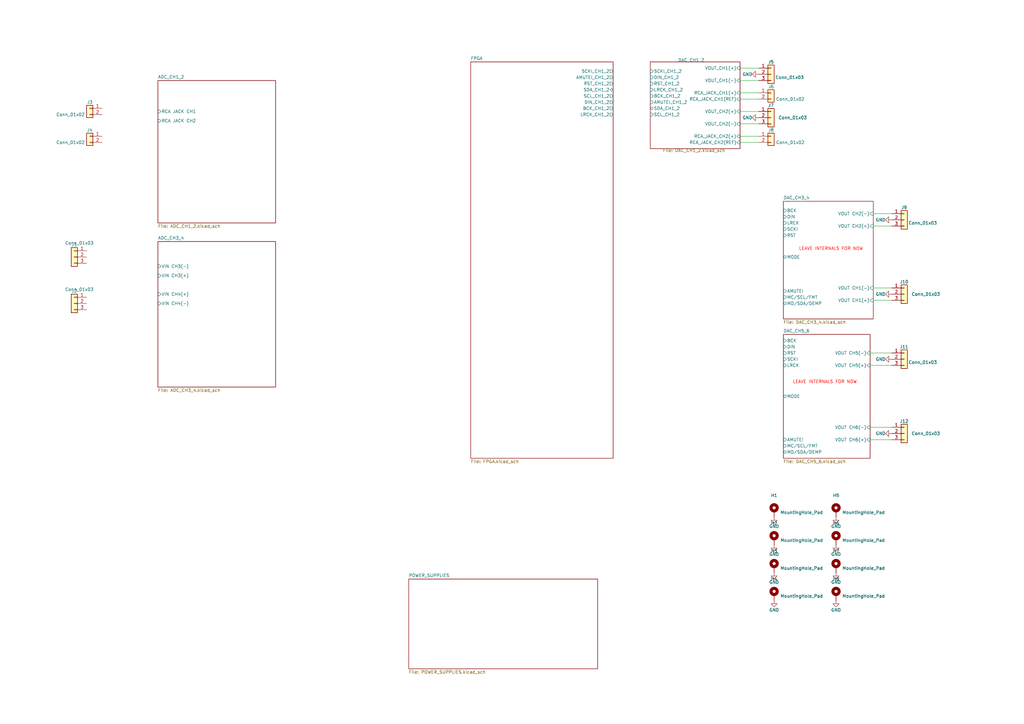
<source format=kicad_sch>
(kicad_sch (version 20230121) (generator eeschema)
  (paper "A3")
  (title_block (title "AUDIO-DSP_MAIN_BOARD") (rev "R01"))
  (lib_symbols
    (symbol "Connector_Generic:Conn_01x02" (pin_names (offset 1.016) hide)
      (property "Reference" "J" (at 0 2.54 0))
      (property "Value" "Conn_01x02" (at 0 -5.08 0))
      (symbol "Conn_01x02_1_1"
        (rectangle (start -1.27 -2.413) (end 0 -2.667) (stroke (width 0.1524)))
        (rectangle (start -1.27 0.127) (end 0 -0.127) (stroke (width 0.1524)))
        (rectangle (start -1.27 1.27) (end 1.27 -3.81) (stroke (width 0.254)) (fill (type background)))
        (pin passive line (at -5.08 0 0) (length 3.81) (name "Pin_1") (number "1"))
        (pin passive line (at -5.08 -2.54 0) (length 3.81) (name "Pin_2") (number "2"))
      )
    )
    (symbol "Connector_Generic:Conn_01x03" (pin_names (offset 1.016) hide)
      (property "Reference" "J" (at 0 5.08 0))
      (property "Value" "Conn_01x03" (at 0 -5.08 0))
      (symbol "Conn_01x03_1_1"
        (rectangle (start -1.27 -2.413) (end 0 -2.667) (stroke (width 0.1524)))
        (rectangle (start -1.27 0.127) (end 0 -0.127) (stroke (width 0.1524)))
        (rectangle (start -1.27 2.667) (end 0 2.413) (stroke (width 0.1524)))
        (rectangle (start -1.27 3.81) (end 1.27 -3.81) (stroke (width 0.254)) (fill (type background)))
        (pin passive line (at -5.08 2.54 0) (length 3.81) (name "Pin_1") (number "1"))
        (pin passive line (at -5.08 0 0) (length 3.81) (name "Pin_2") (number "2"))
        (pin passive line (at -5.08 -2.54 0) (length 3.81) (name "Pin_3") (number "3"))
      )
    )
    (symbol "Mechanical:MountingHole_Pad" (pin_numbers hide) (pin_names (offset 1.016) hide)
      (property "Reference" "H" (at 0 6.35 0))
      (property "Value" "MountingHole_Pad" (at 0 4.445 0))
      (symbol "MountingHole_Pad_0_1"
        (circle (center 0 1.27) (radius 1.27) (stroke (width 1.27)))
      )
      (symbol "MountingHole_Pad_1_1"
        (pin input line (at 0 -2.54 90) (length 2.54) (name "1") (number "1"))
      )
    )
    (symbol "power:GND" (power) (pin_names (offset 0))
      (property "Value" "GND" (at 0 -3.81 0))
      (symbol "GND_0_1"
        (polyline (pts (xy 0 0) (xy 0 -1.27) (xy 1.27 -1.27) (xy 0 -2.54) (xy -1.27 -1.27) (xy 0 -1.27)))
      )
      (symbol "GND_1_1"
        (pin power_in line (at 0 0 270) (length 0) hide (name "GND") (number "1"))
      )
    )
  )
  (wire (pts (xy 356.87 149.86) (xy 365.76 149.86)))
  (wire (pts (xy 356.87 144.78) (xy 365.76 144.78)))
  (wire (pts (xy 356.87 175.26) (xy 365.76 175.26)))
  (wire (pts (xy 356.87 180.34) (xy 365.76 180.34)))
  (wire (pts (xy 303.53 27.94) (xy 311.15 27.94)))
  (wire (pts (xy 303.53 40.64) (xy 311.15 40.64)))
  (wire (pts (xy 303.53 55.88) (xy 311.15 55.88)))
  (wire (pts (xy 358.14 92.71) (xy 365.76 92.71)))
  (wire (pts (xy 303.53 58.42) (xy 311.15 58.42)))
  (wire (pts (xy 303.53 45.72) (xy 311.15 45.72)))
  (wire (pts (xy 303.53 38.1) (xy 311.15 38.1)))
  (wire (pts (xy 358.14 118.11) (xy 365.76 118.11)))
  (wire (pts (xy 358.14 87.63) (xy 365.76 87.63)))
  (wire (pts (xy 303.53 50.8) (xy 311.15 50.8)))
  (wire (pts (xy 358.14 123.19) (xy 365.76 123.19)))
  (wire (pts (xy 303.53 33.02) (xy 311.15 33.02)))
  (text "LEAVE INTERNALS FOR NOW" (at 325.12 157.48 0) (effects (font (size 1.27 1.27)) (justify left bottom)))
  (text "LEAVE INTERNALS FOR NOW" (at 327.66 102.87 0) (effects (font (size 1.27 1.27)) (justify left bottom)))
  (symbol (lib_id "Connector_Generic:Conn_01x03") (at 30.48 105.41 0) (mirror y) (unit 1)
    (property "Reference" "J1" (at 30.48 100.33 0))
    (property "Value" "Conn_01x03" (at 32.5628 99.6696 0))
  )
  (symbol (lib_id "Connector_Generic:Conn_01x02") (at 36.83 44.45 0) (mirror y) (unit 1)
    (property "Reference" "J3" (at 36.83 41.91 0))
    (property "Value" "Conn_01x02" (at 34.798 46.9973 0) (effects (justify left)))
  )
  (symbol (lib_id "power:GND") (at 365.76 177.8 270) (unit 1)
    (property "Reference" "#PWR0105" (effects hide))
    (property "Value" "GND" (at 363.22 177.8 90) (effects (justify right)))
  )
  (symbol (lib_id "Connector_Generic:Conn_01x03") (at 370.84 90.17 0) (unit 1)
    (property "Reference" "J9" (at 370.84 85.09 0))
    (property "Value" "Conn_01x03" (at 378.46 91.44 0))
  )
  (symbol (lib_id "Connector_Generic:Conn_01x02") (at 316.23 38.1 0) (unit 1)
    (property "Reference" "J6" (at 316.23 35.56 0))
    (property "Value" "Conn_01x02" (at 318.262 40.6473 0) (effects (justify left)))
  )
  (symbol (lib_id "Mechanical:MountingHole_Pad") (at 342.9 232.41 0) (unit 1) (on_board no)
    (property "Reference" "H7" (at 342.9 226.06 0))
    (property "Value" "MountingHole_Pad" (at 345.44 233.045 0) (effects (justify left)))
  )
  (symbol (lib_id "power:GND") (at 342.9 246.38 0) (unit 1)
    (property "Reference" "#PWR0112" (effects hide))
    (property "Value" "GND" (at 342.9 250.19 0))
  )
  (symbol (lib_id "Mechanical:MountingHole_Pad") (at 317.5 220.98 0) (unit 1) (in_bom no)
    (property "Reference" "H2" (at 317.5 214.63 0))
    (property "Value" "MountingHole_Pad" (at 320.04 221.615 0) (effects (justify left)))
  )
  (symbol (lib_id "Connector_Generic:Conn_01x03") (at 30.48 124.46 0) (mirror y) (unit 1)
    (property "Reference" "J2" (at 30.48 119.38 0))
    (property "Value" "Conn_01x03" (at 32.5628 118.7196 0))
  )
  (symbol (lib_id "Connector_Generic:Conn_01x03") (at 316.23 48.26 0) (unit 1)
    (property "Reference" "J7" (at 316.23 43.18 0))
    (property "Value" "Conn_01x03" (at 325.12 48.26 0))
  )
  (symbol (lib_id "power:GND") (at 317.5 223.52 0) (unit 1)
    (property "Reference" "#PWR0107" (effects hide))
    (property "Value" "GND" (at 317.5 227.33 0))
  )
  (symbol (lib_id "Connector_Generic:Conn_01x02") (at 316.23 55.88 0) (unit 1)
    (property "Reference" "J8" (at 316.23 53.34 0))
    (property "Value" "Conn_01x02" (at 318.262 58.4273 0) (effects (justify left)))
  )
  (symbol (lib_id "power:GND") (at 317.5 246.38 0) (unit 1)
    (property "Reference" "#PWR0108" (effects hide))
    (property "Value" "GND" (at 317.5 250.19 0))
  )
  (symbol (lib_id "Mechanical:MountingHole_Pad") (at 342.9 243.84 0) (unit 1) (in_bom no)
    (property "Reference" "H8" (at 342.9 237.49 0))
    (property "Value" "MountingHole_Pad" (at 345.44 244.475 0) (effects (justify left)))
  )
  (symbol (lib_id "power:GND") (at 342.9 212.09 0) (unit 1)
    (property "Reference" "#PWR0106" (effects hide))
    (property "Value" "GND" (at 342.9 215.9 0))
  )
  (symbol (lib_id "Mechanical:MountingHole_Pad") (at 342.9 209.55 0) (unit 1)
    (property "Reference" "H5" (at 342.9 203.2 0))
    (property "Value" "MountingHole_Pad" (at 345.44 210.185 0) (effects (justify left)))
  )
  (symbol (lib_id "power:GND") (at 365.76 90.17 270) (unit 1)
    (property "Reference" "#PWR0103" (effects hide))
    (property "Value" "GND" (at 363.22 90.17 90) (effects (justify right)))
  )
  (symbol (lib_id "Connector_Generic:Conn_01x03") (at 370.84 120.65 0) (unit 1)
    (property "Reference" "J10" (at 370.84 115.57 0))
    (property "Value" "Conn_01x03" (at 379.73 120.65 0))
  )
  (symbol (lib_id "power:GND") (at 365.76 120.65 270) (unit 1)
    (property "Reference" "#PWR0104" (effects hide))
    (property "Value" "GND" (at 363.22 120.65 90) (effects (justify right)))
  )
  (symbol (lib_id "Mechanical:MountingHole_Pad") (at 317.5 232.41 0) (unit 1) (in_bom no)
    (property "Reference" "H3" (at 317.5 226.06 0))
    (property "Value" "MountingHole_Pad" (at 320.04 233.045 0) (effects (justify left)))
  )
  (symbol (lib_id "power:GND") (at 311.15 48.26 270) (unit 1)
    (property "Reference" "#PWR0102" (effects hide))
    (property "Value" "GND" (at 308.61 48.26 90) (effects (justify right)))
  )
  (symbol (lib_id "power:GND") (at 342.9 223.52 0) (unit 1)
    (property "Reference" "#PWR0113" (effects hide))
    (property "Value" "GND" (at 342.9 227.33 0))
  )
  (symbol (lib_id "Mechanical:MountingHole_Pad") (at 342.9 220.98 0) (unit 1) (in_bom no)
    (property "Reference" "H6" (at 342.9 214.63 0))
    (property "Value" "MountingHole_Pad" (at 345.44 221.615 0) (effects (justify left)))
  )
  (symbol (lib_id "Connector_Generic:Conn_01x03") (at 370.84 177.8 0) (unit 1)
    (property "Reference" "J12" (at 370.84 172.72 0))
    (property "Value" "Conn_01x03" (at 379.73 177.8 0))
  )
  (symbol (lib_id "Connector_Generic:Conn_01x03") (at 316.23 30.48 0) (unit 1)
    (property "Reference" "J5" (at 316.23 25.4 0))
    (property "Value" "Conn_01x03" (at 323.85 31.75 0))
  )
  (symbol (lib_id "power:GND") (at 317.5 234.95 0) (unit 1)
    (property "Reference" "#PWR0109" (effects hide))
    (property "Value" "GND" (at 317.5 238.76 0))
  )
  (symbol (lib_id "Mechanical:MountingHole_Pad") (at 317.5 243.84 0) (unit 1) (in_bom no)
    (property "Reference" "H4" (at 317.5 237.49 0))
    (property "Value" "MountingHole_Pad" (at 320.04 244.475 0) (effects (justify left)))
  )
  (symbol (lib_id "Mechanical:MountingHole_Pad") (at 317.5 209.55 0) (unit 1) (in_bom no)
    (property "Reference" "H1" (at 317.5 203.2 0))
    (property "Value" "MountingHole_Pad" (at 320.04 210.185 0) (effects (justify left)))
  )
  (symbol (lib_id "Connector_Generic:Conn_01x03") (at 370.84 147.32 0) (unit 1)
    (property "Reference" "J11" (at 370.84 142.24 0))
    (property "Value" "Conn_01x03" (at 378.46 148.59 0))
  )
  (symbol (lib_id "power:GND") (at 365.76 147.32 270) (unit 1)
    (property "Reference" "#PWR0110" (effects hide))
    (property "Value" "GND" (at 363.22 147.32 90) (effects (justify right)))
  )
  (symbol (lib_id "Connector_Generic:Conn_01x02") (at 36.83 55.88 0) (mirror y) (unit 1)
    (property "Reference" "J4" (at 36.83 53.34 0))
    (property "Value" "Conn_01x02" (at 34.798 58.4273 0) (effects (justify left)))
  )
  (symbol (lib_id "power:GND") (at 311.15 30.48 270) (unit 1)
    (property "Reference" "#PWR0101" (effects hide))
    (property "Value" "GND" (at 308.61 30.48 90) (effects (justify right)))
  )
  (symbol (lib_id "power:GND") (at 317.5 212.09 0) (unit 1)
    (property "Reference" "#PWR0114" (effects hide))
    (property "Value" "GND" (at 317.5 215.9 0))
  )
  (symbol (lib_id "power:GND") (at 342.9 234.95 0) (unit 1)
    (property "Reference" "#PWR0111" (effects hide))
    (property "Value" "GND" (at 342.9 238.76 0))
  )
  (sheet (at 266.7 25.4) (size 36.83 35.56) (stroke (width 0.1524))
    (property "Sheetname" "DAC_CH1_2" (at 278.13 25.4 0) (effects (justify left bottom)))
    (property "Sheetfile" "DAC_CH1_2.kicad_sch" (at 271.78 60.96 0) (effects (justify left top)))
    (pin "VOUT_CH1(-)" input (at 303.53 33.02 0))
    (pin "VOUT_CH1(+)" input (at 303.53 27.94 0))
    (pin "RCA_JACK_CH1(+)" input (at 303.53 38.1 0))
    (pin "VOUT_CH2(+)" input (at 303.53 45.72 0))
    (pin "VOUT_CH2(-)" input (at 303.53 50.8 0))
    (pin "RCA_JACK_CH2(+)" input (at 303.53 55.88 0))
    (pin "RCA_JACK_CH1(REF)" input (at 303.53 40.64 0))
    (pin "RCA_JACK_CH2(REF)" input (at 303.53 58.42 0))
    (pin "SCKI_CH1_2" input (at 266.7 29.21 180))
    (pin "DIN_CH1_2" input (at 266.7 31.75 180))
    (pin "RST_CH1_2" input (at 266.7 34.29 180))
    (pin "LRCK_CH1_2" input (at 266.7 36.83 180))
    (pin "BCK_CH1_2" input (at 266.7 39.37 180))
    (pin "AMUTEI_CH1_2" input (at 266.7 41.91 180))
    (pin "SDA_CH1_2" bidirectional (at 266.7 44.45 180))
    (pin "SCL_CH1_2" input (at 266.7 46.99 180))
  )
  (sheet (at 321.31 82.55) (size 36.83 48.26) (stroke (width 0.1524))
    (property "Sheetname" "DAC_CH3_4" (at 321.31 81.8384 0) (effects (justify left bottom)))
    (property "Sheetfile" "DAC_CH3_4.kicad_sch" (at 321.31 131.3946 0) (effects (justify left top)))
    (pin "VOUT CH2(-)" input (at 358.14 87.63 0))
    (pin "VOUT CH2(+)" input (at 358.14 92.71 0))
    (pin "VOUT CH1(-)" input (at 358.14 118.11 0))
    (pin "VOUT CH1(+)" input (at 358.14 123.19 0))
    (pin "BCK" input (at 321.31 86.36 180))
    (pin "DIN" input (at 321.31 88.9 180))
    (pin "LRCK" input (at 321.31 91.44 180))
    (pin "SCKI" input (at 321.31 93.98 180))
    (pin "RST" input (at 321.31 96.52 180))
    (pin "AMUTEI" input (at 321.31 119.38 180))
    (pin "MODE" bidirectional (at 321.31 105.41 180))
    (pin "MC{slash}SCL{slash}FMT" input (at 321.31 121.92 180))
    (pin "MD{slash}SDA{slash}DEMP" bidirectional (at 321.31 124.46 180))
  )
  (sheet (at 193.04 25.4) (size 58.42 162.56) (stroke (width 0.1524))
    (property "Sheetname" "FPGA" (at 193.04 24.6884 0) (effects (justify left bottom)))
    (property "Sheetfile" "FPGA.kicad_sch" (at 193.04 188.5446 0) (effects (justify left top)))
    (pin "SCKI_CH1_2" output (at 251.46 29.21 0))
    (pin "AMUTEI_CH1_2" output (at 251.46 31.75 0))
    (pin "RST_CH1_2" output (at 251.46 34.29 0))
    (pin "SDA_CH1_2" bidirectional (at 251.46 36.83 0))
    (pin "SCL_CH1_2" output (at 251.46 39.37 0))
    (pin "DIN_CH1_2" output (at 251.46 41.91 0))
    (pin "BCK_CH1_2" output (at 251.46 44.45 0))
    (pin "LRCK_CH1_2" output (at 251.46 46.99 0))
  )
  (sheet (at 64.77 33.02) (size 48.26 58.42) (stroke (width 0.1524))
    (property "Sheetname" "ADC_CH1_2" (at 64.77 32.3084 0) (effects (justify left bottom)))
    (property "Sheetfile" "ADC_CH1_2.kicad_sch" (at 64.77 92.0246 0) (effects (justify left top)))
    (pin "RCA JACK CH1" input (at 64.77 45.72 180))
    (pin "RCA JACK CH2" input (at 64.77 49.53 180))
  )
  (sheet (at 321.31 137.16) (size 35.56 50.8) (stroke (width 0.1524))
    (property "Sheetname" "DAC_CH5_6" (at 321.31 136.4484 0) (effects (justify left bottom)))
    (property "Sheetfile" "DAC_CH5_6.kicad_sch" (at 321.31 188.5446 0) (effects (justify left top)))
    (pin "MODE" bidirectional (at 321.31 162.56 180))
    (pin "MC{slash}SCL{slash}FMT" input (at 321.31 182.88 180))
    (pin "MD{slash}SDA{slash}DEMP" bidirectional (at 321.31 185.42 180))
    (pin "AMUTEI" input (at 321.31 180.34 180))
    (pin "DIN" input (at 321.31 142.24 180))
    (pin "BCK" input (at 321.31 139.7 180))
    (pin "RST" input (at 321.31 144.78 180))
    (pin "SCKI" input (at 321.31 147.32 180))
    (pin "LRCK" input (at 321.31 149.86 180))
    (pin "VOUT CH6(+)" input (at 356.87 180.34 0))
    (pin "VOUT CH6(-)" input (at 356.87 175.26 0))
    (pin "VOUT CH5(+)" input (at 356.87 149.86 0))
    (pin "VOUT CH5(-)" input (at 356.87 144.78 0))
  )
  (sheet (at 64.77 99.06) (size 48.26 59.69) (stroke (width 0.1524))
    (property "Sheetname" "ADC_CH3_4" (at 64.77 98.3484 0) (effects (justify left bottom)))
    (property "Sheetfile" "ADC_CH3_4.kicad_sch" (at 64.77 159.3346 0) (effects (justify left top)))
    (pin "VIN CH3(-)" input (at 64.77 109.22 180))
    (pin "VIN CH3(+)" input (at 64.77 113.03 180))
    (pin "VIN CH4(+)" input (at 64.77 120.65 180))
    (pin "VIN CH4(-)" input (at 64.77 124.46 180))
  )
  (sheet (at 167.64 237.49) (size 77.47 36.83) (stroke (width 0.1524))
    (property "Sheetname" "POWER_SUPPLIES" (at 167.64 236.7784 0) (effects (justify left bottom)))
    (property "Sheetfile" "POWER_SUPPLIES.kicad_sch" (at 167.64 274.9046 0) (effects (justify left top)))
  )
)
</source>
